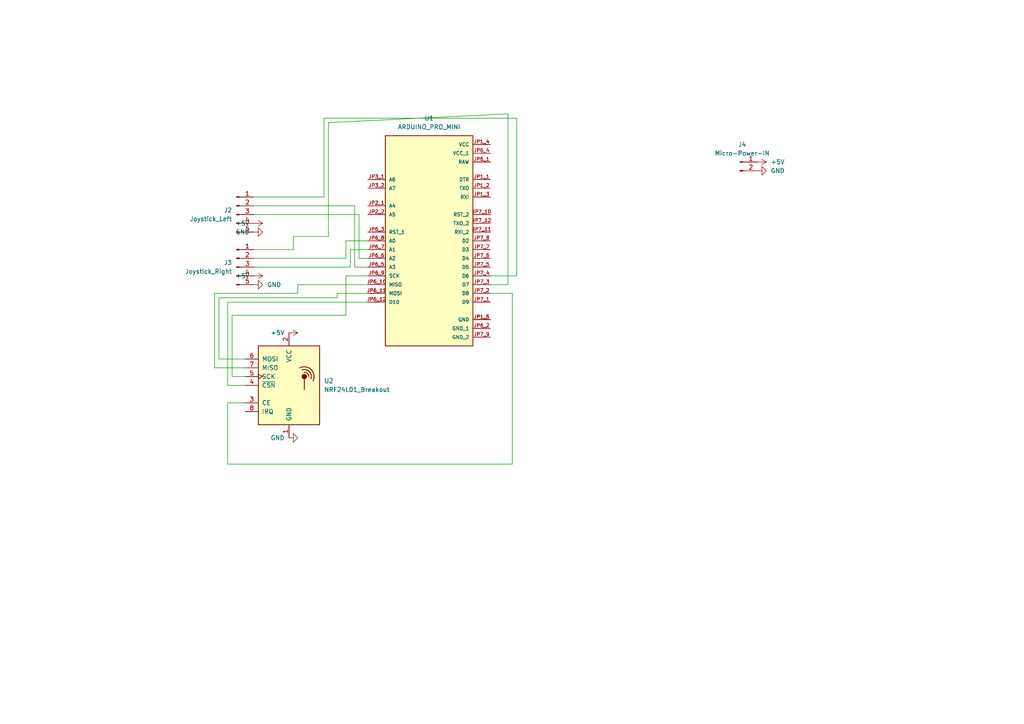
<source format=kicad_sch>
(kicad_sch (version 20211123) (generator eeschema)
  (paper "A4")
  (lib_symbols
    (symbol "Arduino pro mini:ARDUINO_PRO_MINI" (pin_names (offset 1.016))
      (property "Reference" "U" (at -12.7 31.75 0))
      (property "Value" "ARDUINO_PRO_MINI" (at -12.7 -33.02 0))
      (symbol "ARDUINO_PRO_MINI_0_0"
        (rectangle (start -12.7 -30.48) (end 12.7 30.48) (stroke (width 0.254)) (fill (type background)))
        (pin input line (at 17.78 17.78 180) (length 5.08) (name "DTR") (number "JP1_1"))
        (pin bidirectional line (at 17.78 15.24 180) (length 5.08) (name "TXO") (number "JP1_2"))
        (pin bidirectional line (at 17.78 12.7 180) (length 5.08) (name "RXI") (number "JP1_3"))
        (pin power_in line (at 17.78 27.94 180) (length 5.08) (name "VCC") (number "JP1_4"))
        (pin power_in line (at 17.78 -22.86 180) (length 5.08) (name "GND") (number "JP1_5"))
        (pin power_in line (at 17.78 -22.86 180) (length 5.08) (name "GND") (number "JP1_6"))
        (pin bidirectional line (at -17.78 10.16 0) (length 5.08) (name "A4") (number "JP2_1"))
        (pin bidirectional line (at -17.78 7.62 0) (length 5.08) (name "A5") (number "JP2_2"))
        (pin input line (at -17.78 17.78 0) (length 5.08) (name "A6") (number "JP3_1"))
        (pin input line (at -17.78 15.24 0) (length 5.08) (name "A7") (number "JP3_2"))
        (pin power_in line (at 17.78 22.86 180) (length 5.08) (name "RAW") (number "JP6_1"))
        (pin bidirectional line (at -17.78 -12.7 0) (length 5.08) (name "MISO") (number "JP6_10"))
        (pin bidirectional line (at -17.78 -15.24 0) (length 5.08) (name "MOSI") (number "JP6_11"))
        (pin bidirectional line (at -17.78 -17.78 0) (length 5.08) (name "D10") (number "JP6_12"))
        (pin power_in line (at 17.78 -25.4 180) (length 5.08) (name "GND_1") (number "JP6_2"))
        (pin input line (at -17.78 2.54 0) (length 5.08) (name "RST_1") (number "JP6_3"))
        (pin power_in line (at 17.78 25.4 180) (length 5.08) (name "VCC_1") (number "JP6_4"))
        (pin bidirectional line (at -17.78 -7.62 0) (length 5.08) (name "A3") (number "JP6_5"))
        (pin bidirectional line (at -17.78 -5.08 0) (length 5.08) (name "A2") (number "JP6_6"))
        (pin bidirectional line (at -17.78 -2.54 0) (length 5.08) (name "A1") (number "JP6_7"))
        (pin bidirectional line (at -17.78 0 0) (length 5.08) (name "A0") (number "JP6_8"))
        (pin bidirectional line (at -17.78 -10.16 0) (length 5.08) (name "SCK") (number "JP6_9"))
        (pin bidirectional line (at 17.78 -17.78 180) (length 5.08) (name "D9") (number "JP7_1"))
        (pin input line (at 17.78 7.62 180) (length 5.08) (name "RST_2") (number "JP7_10"))
        (pin bidirectional line (at 17.78 2.54 180) (length 5.08) (name "RXI_2") (number "JP7_11"))
        (pin bidirectional line (at 17.78 5.08 180) (length 5.08) (name "TXO_2") (number "JP7_12"))
        (pin bidirectional line (at 17.78 -15.24 180) (length 5.08) (name "D8") (number "JP7_2"))
        (pin bidirectional line (at 17.78 -12.7 180) (length 5.08) (name "D7") (number "JP7_3"))
        (pin bidirectional line (at 17.78 -10.16 180) (length 5.08) (name "D6") (number "JP7_4"))
        (pin bidirectional line (at 17.78 -7.62 180) (length 5.08) (name "D5") (number "JP7_5"))
        (pin bidirectional line (at 17.78 -5.08 180) (length 5.08) (name "D4") (number "JP7_6"))
        (pin bidirectional line (at 17.78 -2.54 180) (length 5.08) (name "D3") (number "JP7_7"))
        (pin bidirectional line (at 17.78 0 180) (length 5.08) (name "D2") (number "JP7_8"))
        (pin power_in line (at 17.78 -27.94 180) (length 5.08) (name "GND_2") (number "JP7_9"))
      )
    )
    (symbol "Connector:Conn_01x02_Male" (pin_names (offset 1.016) hide)
      (property "Reference" "J" (at 0 2.54 0))
      (property "Value" "Conn_01x02_Male" (at 0 -5.08 0))
      (symbol "Conn_01x02_Male_1_1"
        (polyline (pts (xy 1.27 -2.54) (xy 0.8636 -2.54)) (stroke (width 0.1524)))
        (polyline (pts (xy 1.27 0) (xy 0.8636 0)) (stroke (width 0.1524)))
        (rectangle (start 0.8636 -2.413) (end 0 -2.667) (stroke (width 0.1524)) (fill (type outline)))
        (rectangle (start 0.8636 0.127) (end 0 -0.127) (stroke (width 0.1524)) (fill (type outline)))
        (pin passive line (at 5.08 0 180) (length 3.81) (name "Pin_1") (number "1"))
        (pin passive line (at 5.08 -2.54 180) (length 3.81) (name "Pin_2") (number "2"))
      )
    )
    (symbol "Connector:Conn_01x05_Male" (pin_names (offset 1.016) hide)
      (property "Reference" "J" (at 0 7.62 0))
      (property "Value" "Conn_01x05_Male" (at 0 -7.62 0))
      (symbol "Conn_01x05_Male_1_1"
        (polyline (pts (xy 1.27 -5.08) (xy 0.8636 -5.08)) (stroke (width 0.1524)))
        (polyline (pts (xy 1.27 -2.54) (xy 0.8636 -2.54)) (stroke (width 0.1524)))
        (polyline (pts (xy 1.27 0) (xy 0.8636 0)) (stroke (width 0.1524)))
        (polyline (pts (xy 1.27 2.54) (xy 0.8636 2.54)) (stroke (width 0.1524)))
        (polyline (pts (xy 1.27 5.08) (xy 0.8636 5.08)) (stroke (width 0.1524)))
        (rectangle (start 0.8636 -4.953) (end 0 -5.207) (stroke (width 0.1524)) (fill (type outline)))
        (rectangle (start 0.8636 -2.413) (end 0 -2.667) (stroke (width 0.1524)) (fill (type outline)))
        (rectangle (start 0.8636 0.127) (end 0 -0.127) (stroke (width 0.1524)) (fill (type outline)))
        (rectangle (start 0.8636 2.667) (end 0 2.413) (stroke (width 0.1524)) (fill (type outline)))
        (rectangle (start 0.8636 5.207) (end 0 4.953) (stroke (width 0.1524)) (fill (type outline)))
        (pin passive line (at 5.08 5.08 180) (length 3.81) (name "Pin_1") (number "1"))
        (pin passive line (at 5.08 2.54 180) (length 3.81) (name "Pin_2") (number "2"))
        (pin passive line (at 5.08 0 180) (length 3.81) (name "Pin_3") (number "3"))
        (pin passive line (at 5.08 -2.54 180) (length 3.81) (name "Pin_4") (number "4"))
        (pin passive line (at 5.08 -5.08 180) (length 3.81) (name "Pin_5") (number "5"))
      )
    )
    (symbol "RF:NRF24L01_Breakout" (pin_names (offset 1.016))
      (property "Reference" "U" (at -8.89 12.7 0))
      (property "Value" "NRF24L01_Breakout" (at 3.81 12.7 0))
      (symbol "NRF24L01_Breakout_0_1"
        (rectangle (start -8.89 11.43) (end 8.89 -11.43) (stroke (width 0.254)) (fill (type background)))
        (polyline (pts (xy 4.445 1.905) (xy 4.445 -1.27)) (stroke (width 0.254)))
        (circle (center 4.445 2.54) (radius 0.635) (stroke (width 0.254)) (fill (type outline)))
        (arc (start 5.715 2.54) (mid 5.3521 3.4546) (end 4.445 3.81) (stroke (width 0.254)))
        (arc (start 6.35 1.905) (mid 5.8763 3.9854) (end 3.81 4.445) (stroke (width 0.254)))
        (arc (start 6.985 1.27) (mid 6.453 4.548) (end 3.175 5.08) (stroke (width 0.254)))
      )
      (symbol "NRF24L01_Breakout_1_1"
        (pin power_in line (at 0 -15.24 90) (length 3.81) (name "GND") (number "1"))
        (pin power_in line (at 0 15.24 270) (length 3.81) (name "VCC") (number "2"))
        (pin input line (at -12.7 -5.08 0) (length 3.81) (name "CE") (number "3"))
        (pin input line (at -12.7 0 0) (length 3.81) (name "~{CSN}") (number "4"))
        (pin input clock (at -12.7 2.54 0) (length 3.81) (name "SCK") (number "5"))
        (pin input line (at -12.7 7.62 0) (length 3.81) (name "MOSI") (number "6"))
        (pin output line (at -12.7 5.08 0) (length 3.81) (name "MISO") (number "7"))
        (pin output line (at -12.7 -7.62 0) (length 3.81) (name "IRQ") (number "8"))
      )
    )
    (symbol "power:+5V" (power) (pin_names (offset 0))
      (property "Value" "+5V" (at 0 3.556 0))
      (symbol "+5V_0_1"
        (polyline (pts (xy -0.762 1.27) (xy 0 2.54)))
        (polyline (pts (xy 0 0) (xy 0 2.54)))
        (polyline (pts (xy 0 2.54) (xy 0.762 1.27)))
      )
      (symbol "+5V_1_1"
        (pin power_in line (at 0 0 90) (length 0) hide (name "+5V") (number "1"))
      )
    )
    (symbol "power:GND" (power) (pin_names (offset 0))
      (property "Value" "GND" (at 0 -3.81 0))
      (symbol "GND_0_1"
        (polyline (pts (xy 0 0) (xy 0 -1.27) (xy 1.27 -1.27) (xy 0 -2.54) (xy -1.27 -1.27) (xy 0 -1.27)))
      )
      (symbol "GND_1_1"
        (pin power_in line (at 0 0 270) (length 0) hide (name "GND") (number "1"))
      )
    )
  )
  (wire (pts (xy 149.86 34.29) (xy 149.86 80.01)))
  (wire (pts (xy 104.14 74.93) (xy 106.68 74.93)))
  (wire (pts (xy 73.66 62.23) (xy 104.14 62.23)))
  (wire (pts (xy 95.25 35.56) (xy 95.25 68.58)))
  (wire (pts (xy 71.12 104.14) (xy 63.5 104.14)))
  (wire (pts (xy 104.14 62.23) (xy 104.14 74.93)))
  (wire (pts (xy 73.66 77.47) (xy 101.6 77.47)))
  (wire (pts (xy 102.87 59.69) (xy 102.87 77.47)))
  (wire (pts (xy 67.31 109.22) (xy 67.31 91.44)))
  (wire (pts (xy 148.59 134.62) (xy 66.04 134.62)))
  (wire (pts (xy 142.24 80.01) (xy 149.86 80.01)))
  (wire (pts (xy 86.36 85.09) (xy 62.23 85.09)))
  (wire (pts (xy 101.6 77.47) (xy 101.6 72.39)))
  (wire (pts (xy 100.33 80.01) (xy 106.68 80.01)))
  (wire (pts (xy 148.59 85.09) (xy 148.59 134.62)))
  (wire (pts (xy 86.36 82.55) (xy 86.36 85.09)))
  (wire (pts (xy 149.86 34.29) (xy 93.98 34.29)))
  (wire (pts (xy 97.79 85.09) (xy 106.68 85.09)))
  (wire (pts (xy 97.79 86.36) (xy 97.79 85.09)))
  (wire (pts (xy 85.09 68.58) (xy 95.25 68.58)))
  (wire (pts (xy 66.04 111.76) (xy 71.12 111.76)))
  (wire (pts (xy 63.5 86.36) (xy 97.79 86.36)))
  (wire (pts (xy 142.24 82.55) (xy 147.32 82.55)))
  (wire (pts (xy 73.66 59.69) (xy 102.87 59.69)))
  (wire (pts (xy 62.23 106.68) (xy 71.12 106.68)))
  (wire (pts (xy 73.66 72.39) (xy 85.09 72.39)))
  (wire (pts (xy 142.24 85.09) (xy 148.59 85.09)))
  (wire (pts (xy 73.66 74.93) (xy 100.33 74.93)))
  (wire (pts (xy 67.31 91.44) (xy 100.33 91.44)))
  (wire (pts (xy 66.04 134.62) (xy 66.04 116.84)))
  (wire (pts (xy 66.04 87.63) (xy 66.04 111.76)))
  (wire (pts (xy 100.33 74.93) (xy 100.33 69.85)))
  (wire (pts (xy 66.04 87.63) (xy 106.68 87.63)))
  (wire (pts (xy 106.68 82.55) (xy 86.36 82.55)))
  (wire (pts (xy 62.23 85.09) (xy 62.23 106.68)))
  (wire (pts (xy 66.04 116.84) (xy 71.12 116.84)))
  (wire (pts (xy 63.5 104.14) (xy 63.5 86.36)))
  (wire (pts (xy 100.33 91.44) (xy 100.33 80.01)))
  (wire (pts (xy 93.98 34.29) (xy 93.98 57.15)))
  (wire (pts (xy 85.09 72.39) (xy 85.09 68.58)))
  (wire (pts (xy 100.33 69.85) (xy 106.68 69.85)))
  (wire (pts (xy 71.12 109.22) (xy 67.31 109.22)))
  (wire (pts (xy 147.32 33.02) (xy 95.25 35.56)))
  (wire (pts (xy 102.87 77.47) (xy 106.68 77.47)))
  (wire (pts (xy 147.32 33.02) (xy 147.32 82.55)))
  (wire (pts (xy 73.66 57.15) (xy 93.98 57.15)))
  (wire (pts (xy 101.6 72.39) (xy 106.68 72.39)))
  (symbol (lib_id "power:+5V") (at 73.66 80.01 270) (mirror x) (unit 1)
    (property "Reference" "#PWR0102" (effects hide))
    (property "Value" "+5V" (at 72.39 80.0099 90) (effects (justify right)))
  )
  (symbol (lib_id "Arduino pro mini:ARDUINO_PRO_MINI") (at 124.46 69.85 0) (unit 1)
    (property "Reference" "U1" (at 124.46 34.29 0))
    (property "Value" "ARDUINO_PRO_MINI" (at 124.46 36.83 0))
    (property "Footprint" "MODULE_ARDUINO_PRO_MINI" (effects hide))
    (property "MAXIMUM_PACKAGE_HEIGHT" "N/A" (effects hide))
    (property "STANDARD" "Manufacturer Recommendations" (effects hide))
    (property "PARTREV" "N/A" (effects hide))
    (property "MANUFACTURER" "SparkFun Electronics" (effects hide))
  )
  (symbol (lib_id "RF:NRF24L01_Breakout") (at 83.82 111.76 0) (unit 1)
    (property "Reference" "U2" (at 93.98 110.4899 0) (effects (justify left)))
    (property "Value" "NRF24L01_Breakout" (at 93.98 113.0299 0) (effects (justify left)))
    (property "Footprint" "Arduino pro mini:NRF24L01" (effects hide))
    (property "Datasheet" "http://www.nordicsemi.com/eng/content/download/2730/34105/file/nRF24L01_Product_Specification_v2_0.pdf" (effects hide))
  )
  (symbol (lib_id "power:+5V") (at 83.82 96.52 270) (mirror x) (unit 1)
    (property "Reference" "#PWR0110" (effects hide))
    (property "Value" "+5V" (at 82.55 96.5199 90) (effects (justify right)))
  )
  (symbol (lib_id "power:GND") (at 219.71 49.53 90) (unit 1)
    (property "Reference" "#PWR0104" (effects hide))
    (property "Value" "GND" (at 223.52 49.5299 90) (effects (justify right)))
  )
  (symbol (lib_id "power:+5V") (at 219.71 46.99 270) (unit 1)
    (property "Reference" "#PWR0103" (effects hide))
    (property "Value" "+5V" (at 223.52 46.9899 90) (effects (justify left)))
  )
  (symbol (lib_id "power:+5V") (at 73.66 64.77 270) (mirror x) (unit 1)
    (property "Reference" "#PWR0106" (effects hide))
    (property "Value" "+5V" (at 72.39 64.7699 90) (effects (justify right)))
  )
  (symbol (lib_id "Connector:Conn_01x05_Male") (at 68.58 62.23 0) (unit 1)
    (property "Reference" "J2" (at 67.31 60.9599 0) (effects (justify right)))
    (property "Value" "Joystick_Left" (at 67.31 63.4999 0) (effects (justify right)))
    (property "Footprint" "Connector_PinHeader_2.54mm:PinHeader_1x05_P2.54mm_Vertical" (effects hide))
  )
  (symbol (lib_id "power:GND") (at 73.66 82.55 90) (mirror x) (unit 1)
    (property "Reference" "#PWR0101" (effects hide))
    (property "Value" "GND" (at 77.47 82.5499 90) (effects (justify right)))
  )
  (symbol (lib_id "power:GND") (at 73.66 67.31 90) (mirror x) (unit 1)
    (property "Reference" "#PWR0105" (effects hide))
    (property "Value" "GND" (at 72.39 67.3099 90) (effects (justify left)))
  )
  (symbol (lib_id "Connector:Conn_01x05_Male") (at 68.58 77.47 0) (unit 1)
    (property "Reference" "J3" (at 67.31 76.1999 0) (effects (justify right)))
    (property "Value" "Joystick_Right" (at 67.31 78.7399 0) (effects (justify right)))
    (property "Footprint" "Connector_PinHeader_2.54mm:PinHeader_1x05_P2.54mm_Vertical" (effects hide))
  )
  (symbol (lib_id "power:GND") (at 83.82 127 90) (mirror x) (unit 1)
    (property "Reference" "#PWR0109" (effects hide))
    (property "Value" "GND" (at 82.55 126.9999 90) (effects (justify left)))
  )
  (symbol (lib_id "Connector:Conn_01x02_Male") (at 214.63 46.99 0) (unit 1)
    (property "Reference" "J4" (at 215.265 41.91 0))
    (property "Value" "Micro-Power-IN" (at 215.265 44.45 0))
    (property "Footprint" "Connector_PinHeader_2.54mm:PinHeader_1x02_P2.54mm_Vertical" (effects hide))
  )
)
</source>
